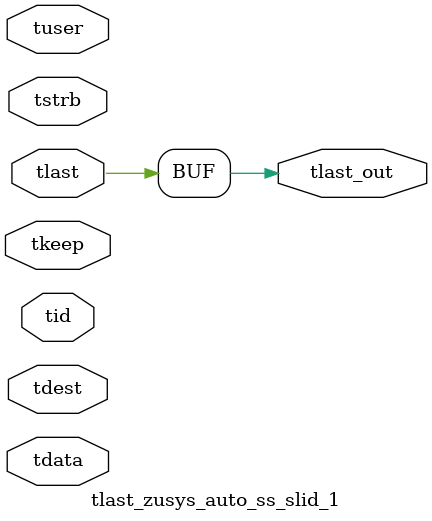
<source format=v>


`timescale 1ps/1ps

module tlast_zusys_auto_ss_slid_1 #
(
parameter C_S_AXIS_TID_WIDTH   = 1,
parameter C_S_AXIS_TUSER_WIDTH = 0,
parameter C_S_AXIS_TDATA_WIDTH = 0,
parameter C_S_AXIS_TDEST_WIDTH = 0
)
(
input  [(C_S_AXIS_TID_WIDTH   == 0 ? 1 : C_S_AXIS_TID_WIDTH)-1:0       ] tid,
input  [(C_S_AXIS_TDATA_WIDTH == 0 ? 1 : C_S_AXIS_TDATA_WIDTH)-1:0     ] tdata,
input  [(C_S_AXIS_TUSER_WIDTH == 0 ? 1 : C_S_AXIS_TUSER_WIDTH)-1:0     ] tuser,
input  [(C_S_AXIS_TDEST_WIDTH == 0 ? 1 : C_S_AXIS_TDEST_WIDTH)-1:0     ] tdest,
input  [(C_S_AXIS_TDATA_WIDTH/8)-1:0 ] tkeep,
input  [(C_S_AXIS_TDATA_WIDTH/8)-1:0 ] tstrb,
input  [0:0]                                                             tlast,
output                                                                   tlast_out
);

assign tlast_out = {tlast[0]};

endmodule


</source>
